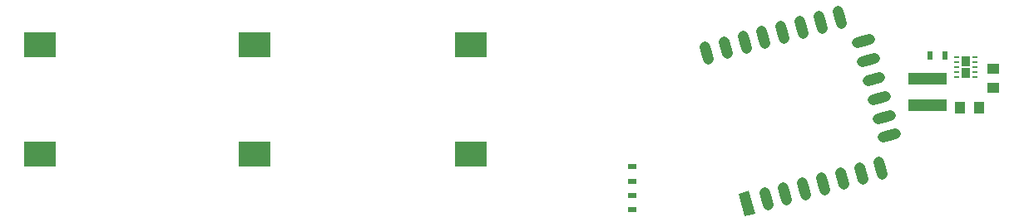
<source format=gbr>
G04 #@! TF.FileFunction,Paste,Top*
%FSLAX46Y46*%
G04 Gerber Fmt 4.6, Leading zero omitted, Abs format (unit mm)*
G04 Created by KiCad (PCBNEW 4.0.0-rc1-stable) date 2/20/2017 10:27:06 PM*
%MOMM*%
G01*
G04 APERTURE LIST*
%ADD10C,0.100000*%
%ADD11C,1.100000*%
%ADD12R,3.200000X2.500000*%
%ADD13R,1.250000X1.000000*%
%ADD14R,1.000000X1.250000*%
%ADD15R,4.000000X1.300000*%
%ADD16R,0.500000X0.250000*%
%ADD17R,0.840000X1.000000*%
%ADD18R,0.500000X0.900000*%
%ADD19R,0.900000X0.500000*%
G04 APERTURE END LIST*
D10*
D11*
X163072568Y-104597701D02*
X161816864Y-104934165D01*
X162554930Y-102665849D02*
X161299226Y-103002313D01*
X162037292Y-100733998D02*
X160781588Y-101070462D01*
X161519654Y-98802146D02*
X160263950Y-99138610D01*
X161002015Y-96870294D02*
X159746311Y-97206758D01*
X160484377Y-94938443D02*
X159228673Y-95274907D01*
D10*
G36*
X148847095Y-112747212D02*
X147784577Y-113031912D01*
X147163411Y-110713690D01*
X148225929Y-110428990D01*
X148847095Y-112747212D01*
X148847095Y-112747212D01*
G37*
D11*
X150105337Y-111840665D02*
X149768873Y-110584961D01*
X152037188Y-111323027D02*
X151700724Y-110067323D01*
X153969040Y-110805389D02*
X153632576Y-109549685D01*
X155900892Y-110287751D02*
X155564428Y-109032047D01*
X157832743Y-109770113D02*
X157496279Y-108514409D01*
X159764595Y-109252474D02*
X159428131Y-107996770D01*
X161696447Y-108734836D02*
X161359983Y-107479132D01*
X157555342Y-93280023D02*
X157218878Y-92024319D01*
X155623490Y-93797661D02*
X155287026Y-92541957D01*
X153691639Y-94315299D02*
X153355175Y-93059595D01*
X151759787Y-94832937D02*
X151423323Y-93577233D01*
X149827935Y-95350576D02*
X149491471Y-94094872D01*
X147896084Y-95868214D02*
X147559620Y-94612510D01*
X145964232Y-96385852D02*
X145627768Y-95130148D01*
X144032380Y-96903490D02*
X143695916Y-95647786D01*
D12*
X97917000Y-95541204D03*
X97917000Y-106641204D03*
X119888000Y-95541204D03*
X119888000Y-106641204D03*
X76073000Y-95541204D03*
X76073000Y-106641204D03*
D13*
X173095186Y-97930308D03*
X173095186Y-99930308D03*
D14*
X169682186Y-101978308D03*
X171682186Y-101978308D03*
D15*
X166364186Y-98977308D03*
X166364186Y-101677308D03*
D16*
X171251186Y-98787308D03*
X171251186Y-98287308D03*
X171251186Y-97787308D03*
X171251186Y-97287308D03*
X171251186Y-96787308D03*
X169351186Y-97787308D03*
X169351186Y-98287308D03*
X169351186Y-98787308D03*
X169351186Y-97287308D03*
X169351186Y-96787308D03*
D17*
X170301186Y-98387308D03*
X170301186Y-97187308D03*
D18*
X166630186Y-96644308D03*
X168130186Y-96644308D03*
D19*
X136296400Y-112382300D03*
X136296400Y-110882300D03*
X136296400Y-107948600D03*
X136296400Y-109448600D03*
M02*

</source>
